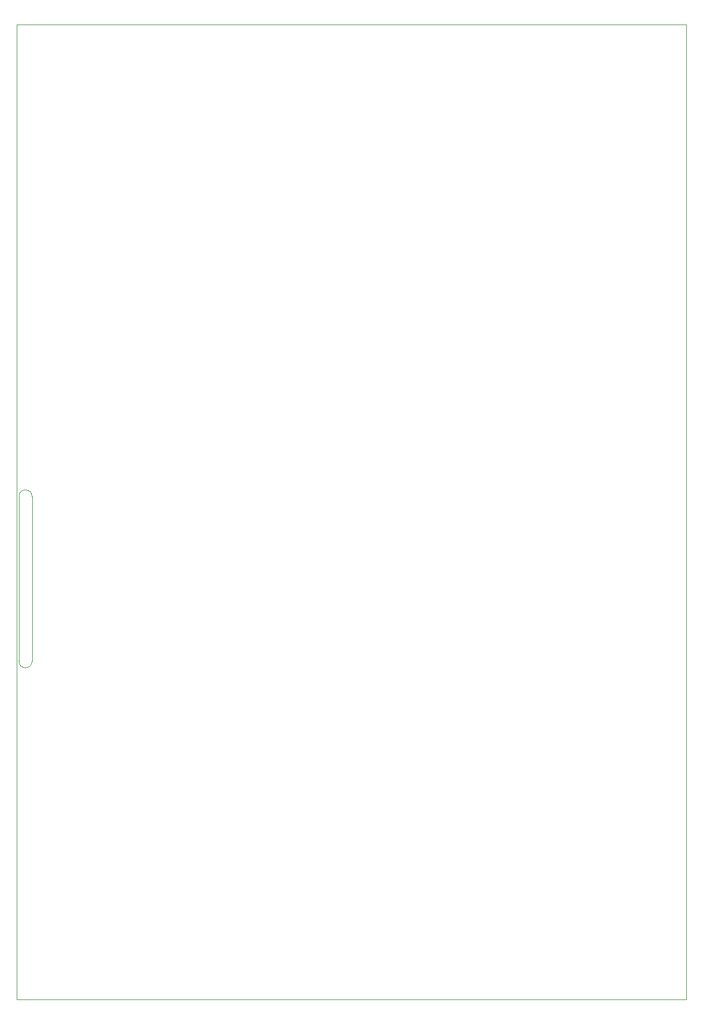
<source format=gbr>
%TF.GenerationSoftware,KiCad,Pcbnew,(5.99.0-8534-g3fcd0860c1)*%
%TF.CreationDate,2021-03-04T23:40:16+01:00*%
%TF.ProjectId,Navi_2_0,4e617669-5f32-45f3-902e-6b696361645f,rev?*%
%TF.SameCoordinates,Original*%
%TF.FileFunction,Profile,NP*%
%FSLAX46Y46*%
G04 Gerber Fmt 4.6, Leading zero omitted, Abs format (unit mm)*
G04 Created by KiCad (PCBNEW (5.99.0-8534-g3fcd0860c1)) date 2021-03-04 23:40:16*
%MOMM*%
%LPD*%
G01*
G04 APERTURE LIST*
%TA.AperFunction,Profile*%
%ADD10C,0.050000*%
%TD*%
G04 APERTURE END LIST*
D10*
X140350000Y-178950000D02*
X38650000Y-178950000D01*
X40950000Y-127600000D02*
X40950000Y-102600000D01*
X38950000Y-102600000D02*
X38950000Y-127600000D01*
X40950000Y-127600000D02*
G75*
G02*
X38950000Y-127600000I-1000000J0D01*
G01*
X38950000Y-102600000D02*
G75*
G02*
X40950000Y-102600000I1000000J0D01*
G01*
X38650000Y-30950000D02*
X140350000Y-30950000D01*
X140350000Y-30950000D02*
X140350000Y-178950000D01*
X38650000Y-178950000D02*
X38650000Y-30950000D01*
M02*

</source>
